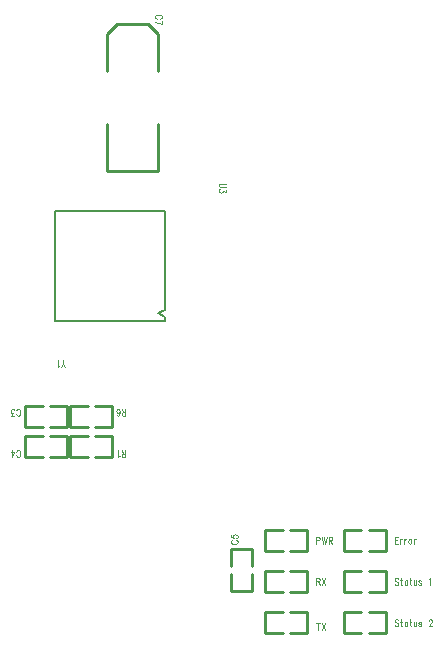
<source format=gto>
*
*
G04 PADS 9.3.1 Build Number: 456998 generated Gerber (RS-274-X) file*
G04 PC Version=2.1*
*
%IN "BrainBoard.pcb"*%
*
%MOIN*%
*
%FSLAX35Y35*%
*
*
*
*
G04 PC Standard Apertures*
*
*
G04 Thermal Relief Aperture macro.*
%AMTER*
1,1,$1,0,0*
1,0,$1-$2,0,0*
21,0,$3,$4,0,0,45*
21,0,$3,$4,0,0,135*
%
*
*
G04 Annular Aperture macro.*
%AMANN*
1,1,$1,0,0*
1,0,$2,0,0*
%
*
*
G04 Odd Aperture macro.*
%AMODD*
1,1,$1,0,0*
1,0,$1-0.005,0,0*
%
*
*
G04 PC Custom Aperture Macros*
*
*
*
*
*
*
G04 PC Aperture Table*
*
%ADD010C,0.001*%
%ADD011C,0.01*%
%ADD040C,0.00787*%
*
*
*
*
G04 PC Circuitry*
G04 Layer Name BrainBoard.pcb - circuitry*
%LPD*%
*
*
G04 PC Custom Flashes*
G04 Layer Name BrainBoard.pcb - flashes*
%LPD*%
*
*
G04 PC Circuitry*
G04 Layer Name BrainBoard.pcb - circuitry*
%LPD*%
*
G54D10*
G01X75063Y64197D02*
X74844Y64118D01*
X74625Y63958*
X74516Y63799*
Y63481*
X74625Y63322*
X74844Y63163*
X75063Y63083*
X75391Y63004*
X75938*
X76266Y63083*
X76485Y63163*
X76704Y63322*
X76813Y63481*
Y63799*
X76704Y63958*
X76485Y64118*
X76266Y64197*
X74516Y65947D02*
Y65152D01*
X75500Y65072*
X75391Y65152*
X75282Y65390*
Y65629*
X75391Y65868*
X75610Y66027*
X75938Y66106*
X76157Y66027*
X76485Y65947*
X76704Y65788*
X76813Y65549*
Y65311*
X76704Y65072*
X76594Y64993*
X76375Y64913*
X3120Y106254D02*
X3199Y106035D01*
X3358Y105816*
X3518Y105707*
X3836*
X3995Y105816*
X4154Y106035*
X4233Y106254*
X4313Y106582*
Y107129*
X4233Y107457*
X4154Y107676*
X3995Y107895*
X3836Y108004*
X3518*
X3358Y107895*
X3199Y107676*
X3120Y107457*
X2245Y105707D02*
X1370D01*
X1847Y106582*
X1608*
X1449Y106691*
X1370Y106801*
X1290Y107129*
Y107348*
X1370Y107676*
X1529Y107895*
X1768Y108004*
X2006*
X2245Y107895*
X2324Y107785*
X2404Y107566*
X3120Y92504D02*
X3199Y92285D01*
X3358Y92066*
X3518Y91957*
X3836*
X3995Y92066*
X4154Y92285*
X4233Y92504*
X4313Y92832*
Y93379*
X4233Y93707*
X4154Y93926*
X3995Y94145*
X3836Y94254*
X3518*
X3358Y94145*
X3199Y93926*
X3120Y93707*
X1608Y91957D02*
X2404Y93488D01*
X1211*
X1608Y91957D02*
Y94254D01*
X39313Y91957D02*
Y94254D01*
Y91957D02*
X38597D01*
X38358Y92066*
X38279Y92176*
X38199Y92395*
Y92613*
X38279Y92832*
X38358Y92941*
X38597Y93051*
X39313*
X38756D02*
X38199Y94254D01*
X37483Y92395D02*
X37324Y92285D01*
X37086Y91957*
Y94254*
X51063Y238061D02*
X51282Y238140D01*
X51500Y238299*
X51610Y238458*
Y238777*
X51500Y238936*
X51282Y239095*
X51063Y239174*
X50735Y239254*
X50188*
X49860Y239174*
X49641Y239095*
X49422Y238936*
X49313Y238777*
Y238458*
X49422Y238299*
X49641Y238140*
X49860Y238061*
X51610Y236231D02*
X49313Y237027D01*
X51610Y237345D02*
Y236231D01*
X39313Y105707D02*
Y108004D01*
Y105707D02*
X38597D01*
X38358Y105816*
X38279Y105926*
X38199Y106145*
Y106363*
X38279Y106582*
X38358Y106691*
X38597Y106801*
X39313*
X38756D02*
X38199Y108004D01*
X36529Y106035D02*
X36608Y105816D01*
X36847Y105707*
X37006*
X37245Y105816*
X37404Y106145*
X37483Y106691*
Y107238*
X37404Y107676*
X37245Y107895*
X37006Y108004*
X36927*
X36688Y107895*
X36529Y107676*
X36449Y107348*
Y107238*
X36529Y106910*
X36688Y106691*
X36927Y106582*
X37006*
X37245Y106691*
X37404Y106910*
X37483Y107238*
X19313Y121957D02*
X18677Y123051D01*
Y124254*
X18040Y121957D02*
X18677Y123051D01*
X17324Y122395D02*
X17165Y122285D01*
X16927Y121957*
Y124254*
X72860Y183004D02*
X71219D01*
X70891Y182924*
X70672Y182765*
X70563Y182527*
Y182368*
X70672Y182129*
X70891Y181970*
X71219Y181890*
X72860*
Y181015D02*
Y180140D01*
X71985Y180618*
Y180379*
X71875Y180220*
X71766Y180140*
X71438Y180061*
X71219*
X70891Y180140*
X70672Y180299*
X70563Y180538*
Y180777*
X70672Y181015*
X70782Y181095*
X71000Y181174*
X103063Y65301D02*
Y63004D01*
Y65301D02*
X103779D01*
X104018Y65191*
X104097Y65082*
X104177Y64863*
Y64535*
X104097Y64316*
X104018Y64207*
X103779Y64098*
X103063*
X104893Y65301D02*
X105290Y63004D01*
X105688Y65301D02*
X105290Y63004D01*
X105688Y65301D02*
X106086Y63004D01*
X106483Y65301D02*
X106086Y63004D01*
X107199Y65301D02*
Y63004D01*
Y65301D02*
X107915D01*
X108154Y65191*
X108233Y65082*
X108313Y64863*
Y64645*
X108233Y64426*
X108154Y64316*
X107915Y64207*
X107199*
X107756D02*
X108313Y63004D01*
X129313Y65301D02*
Y63004D01*
Y65301D02*
X130347D01*
X129313Y64207D02*
X129949D01*
X129313Y63004D02*
X130347D01*
X131063Y64535D02*
Y63004D01*
Y63879D02*
X131143Y64207D01*
X131302Y64426*
X131461Y64535*
X131699*
X132415D02*
Y63004D01*
Y63879D02*
X132495Y64207D01*
X132654Y64426*
X132813Y64535*
X133052*
X134165D02*
X134006Y64426D01*
X133847Y64207*
X133768Y63879*
Y63660*
X133847Y63332*
X134006Y63113*
X134165Y63004*
X134404*
X134563Y63113*
X134722Y63332*
X134802Y63660*
Y63879*
X134722Y64207*
X134563Y64426*
X134404Y64535*
X134165*
X135518D02*
Y63004D01*
Y63879D02*
X135597Y64207D01*
X135756Y64426*
X135915Y64535*
X136154*
X130427Y51223D02*
X130268Y51441D01*
X130029Y51551*
X129711*
X129472Y51441*
X129313Y51223*
Y51004*
X129393Y50785*
X129472Y50676*
X129631Y50566*
X130108Y50348*
X130268Y50238*
X130347Y50129*
X130427Y49910*
Y49582*
X130268Y49363*
X130029Y49254*
X129711*
X129472Y49363*
X129313Y49582*
X131381Y51551D02*
Y49691D01*
X131461Y49363*
X131620Y49254*
X131779*
X131143Y50785D02*
X131699D01*
X133449D02*
Y49254D01*
Y50457D02*
X133290Y50676D01*
X133131Y50785*
X132893*
X132733Y50676*
X132574Y50457*
X132495Y50129*
Y49910*
X132574Y49582*
X132733Y49363*
X132893Y49254*
X133131*
X133290Y49363*
X133449Y49582*
X134404Y51551D02*
Y49691D01*
X134483Y49363*
X134643Y49254*
X134802*
X134165Y50785D02*
X134722D01*
X135518D02*
Y49691D01*
X135597Y49363*
X135756Y49254*
X135995*
X136154Y49363*
X136393Y49691*
Y50785D02*
Y49254D01*
X137983Y50457D02*
X137904Y50676D01*
X137665Y50785*
X137427*
X137188Y50676*
X137108Y50457*
X137188Y50238*
X137347Y50129*
X137745Y50020*
X137904Y49910*
X137983Y49691*
Y49582*
X137904Y49363*
X137665Y49254*
X137427*
X137188Y49363*
X137108Y49582*
X140529Y51113D02*
X140688Y51223D01*
X140927Y51551*
Y49254*
X130427Y37473D02*
X130268Y37691D01*
X130029Y37801*
X129711*
X129472Y37691*
X129313Y37473*
Y37254*
X129393Y37035*
X129472Y36926*
X129631Y36816*
X130108Y36598*
X130268Y36488*
X130347Y36379*
X130427Y36160*
Y35832*
X130268Y35613*
X130029Y35504*
X129711*
X129472Y35613*
X129313Y35832*
X131381Y37801D02*
Y35941D01*
X131461Y35613*
X131620Y35504*
X131779*
X131143Y37035D02*
X131699D01*
X133449D02*
Y35504D01*
Y36707D02*
X133290Y36926D01*
X133131Y37035*
X132893*
X132733Y36926*
X132574Y36707*
X132495Y36379*
Y36160*
X132574Y35832*
X132733Y35613*
X132893Y35504*
X133131*
X133290Y35613*
X133449Y35832*
X134404Y37801D02*
Y35941D01*
X134483Y35613*
X134643Y35504*
X134802*
X134165Y37035D02*
X134722D01*
X135518D02*
Y35941D01*
X135597Y35613*
X135756Y35504*
X135995*
X136154Y35613*
X136393Y35941*
Y37035D02*
Y35504D01*
X137983Y36707D02*
X137904Y36926D01*
X137665Y37035*
X137427*
X137188Y36926*
X137108Y36707*
X137188Y36488*
X137347Y36379*
X137745Y36270*
X137904Y36160*
X137983Y35941*
Y35832*
X137904Y35613*
X137665Y35504*
X137427*
X137188Y35613*
X137108Y35832*
X140608Y37254D02*
Y37363D01*
X140688Y37582*
X140768Y37691*
X140927Y37801*
X141245*
X141404Y37691*
X141483Y37582*
X141563Y37363*
Y37145*
X141483Y36926*
X141324Y36598*
X140529Y35504*
X141643*
X103620Y36551D02*
Y34254D01*
X103063Y36551D02*
X104177D01*
X104893D02*
X106006Y34254D01*
Y36551D02*
X104893Y34254D01*
X103063Y51551D02*
Y49254D01*
Y51551D02*
X103779D01*
X104018Y51441*
X104097Y51332*
X104177Y51113*
Y50895*
X104097Y50676*
X104018Y50566*
X103779Y50457*
X103063*
X103620D02*
X104177Y49254D01*
X104893Y51551D02*
X106006Y49254D01*
Y51551D02*
X104893Y49254D01*
G54D11*
X81563Y55454D02*
Y61254D01*
X74563*
Y55454*
X81563Y53054D02*
Y47254D01*
X74563*
Y53054*
X94263Y33254D02*
X100063D01*
Y40254*
X94263*
X91863Y33254D02*
X86063D01*
Y40254*
X91863*
X94263Y47004D02*
X100063D01*
Y54004*
X94263*
X91863Y47004D02*
X86063D01*
Y54004*
X91863*
X11863Y109004D02*
X6063D01*
Y102004*
X11863*
X14263Y109004D02*
X20063D01*
Y102004*
X14263*
X11863Y99004D02*
X6063D01*
Y92004*
X11863*
X14263Y99004D02*
X20063D01*
Y92004*
X14263*
X29263D02*
X35063D01*
Y99004*
X29263*
X26863Y92004D02*
X21063D01*
Y99004*
X26863*
X33363Y203004D02*
Y187254D01*
X50263*
Y203004*
X33363Y220504D02*
Y233004D01*
X36563Y236254*
X47063*
X50263Y233004*
Y220504*
X118113Y67754D02*
X112313D01*
Y60754*
X118113*
X120513Y67754D02*
X126313D01*
Y60754*
X120513*
Y47004D02*
X126313D01*
Y54004*
X120513*
X118113Y47004D02*
X112313D01*
Y54004*
X118113*
X120513Y33254D02*
X126313D01*
Y40254*
X120513*
X118113Y33254D02*
X112313D01*
Y40254*
X118113*
X94263Y60626D02*
X100063D01*
Y67626*
X94263*
X91863Y60626D02*
X86063D01*
Y67626*
X91863*
X29263Y102004D02*
X35063D01*
Y109004*
X29263*
X26863Y102004D02*
X21063D01*
Y109004*
X26863*
G54D40*
X52620Y173811D02*
X16006D01*
Y137197*
X52620*
Y138673*
X50455Y139756*
X52620Y140839*
Y173811*
X0Y0D02*
M02*

</source>
